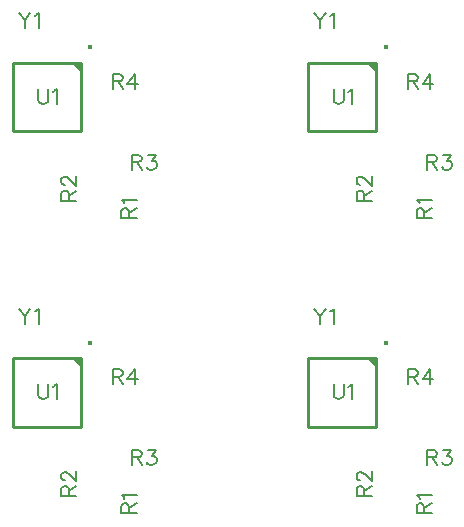
<source format=gto>
%MOIN*%
%OFA0B0*%
%FSLAX26Y26*%
%IPPOS*%
%LPD*%
%ADD10C,0.009843*%
%ADD20O,0.016422X0.016542*%
%ADD44C,0.0077199999999999994*%
%ADD55C,0.009843*%
%ADD65O,0.016422X0.016542*%
%ADD89C,0.0077199999999999994*%
%ADD100C,0.009843*%
%ADD110O,0.016422X0.016542*%
%ADD134C,0.0077199999999999994*%
%ADD145C,0.009843*%
%ADD155O,0.016422X0.016542*%
%ADD179C,0.0077199999999999994*%
%LPD*%
G90*
G75*
G01*
X00661967Y00621296D02*
D10*
X00433603Y00621296D01*
X00433603Y00392972D01*
X00661967Y00392972D01*
X00661967Y00621296D01*
D20*
X00693082Y00672949D03*
G36*
X00661967Y00621296D02*
X00630474Y00621296D01*
X00661967Y00589803D01*
X00661967Y00621296D01*
G37*
X00820712Y00104525D02*
D44*
X00820712Y00126025D01*
X00818280Y00133210D01*
X00815904Y00135642D01*
X00811151Y00138019D01*
X00806342Y00138019D01*
X00801589Y00135642D01*
X00799157Y00133210D01*
X00796780Y00126025D01*
X00796780Y00104525D01*
X00847020Y00104525D01*
X00820712Y00121272D02*
X00847020Y00138019D01*
X00806397Y00153458D02*
X00803965Y00158266D01*
X00796836Y00165451D01*
X00847020Y00165451D01*
X00620294Y00162526D02*
X00620294Y00184026D01*
X00617862Y00191211D01*
X00615486Y00193642D01*
X00610733Y00196019D01*
X00605924Y00196019D01*
X00601171Y00193642D01*
X00598739Y00191211D01*
X00596362Y00184026D01*
X00596362Y00162526D01*
X00646602Y00162526D01*
X00620294Y00179273D02*
X00646602Y00196019D01*
X00608356Y00213891D02*
X00605979Y00213891D01*
X00601171Y00216267D01*
X00598794Y00218644D01*
X00596418Y00223452D01*
X00596418Y00233014D01*
X00598794Y00237767D01*
X00601171Y00240144D01*
X00605979Y00242575D01*
X00610733Y00242575D01*
X00615541Y00240144D01*
X00622671Y00235390D01*
X00646602Y00211459D01*
X00646602Y00244952D01*
X00831277Y00291195D02*
X00852777Y00291195D01*
X00859962Y00293627D01*
X00862393Y00296004D01*
X00864770Y00300757D01*
X00864770Y00305565D01*
X00862393Y00310318D01*
X00859962Y00312750D01*
X00852777Y00315127D01*
X00831277Y00315127D01*
X00831277Y00264887D01*
X00848023Y00291195D02*
X00864770Y00264887D01*
X00885018Y00315071D02*
X00911271Y00315071D01*
X00896956Y00295948D01*
X00904141Y00295948D01*
X00908894Y00293572D01*
X00911271Y00291195D01*
X00913703Y00284010D01*
X00913703Y00279257D01*
X00911271Y00272072D01*
X00906518Y00267263D01*
X00899333Y00264887D01*
X00892147Y00264887D01*
X00885018Y00267263D01*
X00882641Y00269695D01*
X00880209Y00274448D01*
X00767588Y00560362D02*
X00789088Y00560362D01*
X00796273Y00562794D01*
X00798705Y00565171D01*
X00801082Y00569924D01*
X00801082Y00574732D01*
X00798705Y00579486D01*
X00796273Y00581918D01*
X00789088Y00584294D01*
X00767588Y00584294D01*
X00767588Y00534054D01*
X00784335Y00560362D02*
X00801082Y00534054D01*
X00840453Y00534054D02*
X00840453Y00584239D01*
X00816521Y00550801D01*
X00852391Y00550801D01*
X00519290Y00535266D02*
X00519290Y00499396D01*
X00521667Y00492211D01*
X00526475Y00487458D01*
X00533660Y00485026D01*
X00538414Y00485026D01*
X00545599Y00487458D01*
X00550407Y00492211D01*
X00552784Y00499396D01*
X00552784Y00535266D01*
X00568223Y00525649D02*
X00573031Y00528081D01*
X00580216Y00535211D01*
X00580216Y00485026D01*
X00454905Y00786878D02*
X00474028Y00762947D01*
X00474028Y00736639D01*
X00493151Y00786878D02*
X00474028Y00762947D01*
X00508590Y00777262D02*
X00513399Y00779693D01*
X00520584Y00786823D01*
X00520584Y00736639D01*
G90*
G75*
G01*
X00661967Y01605548D02*
D55*
X00433603Y01605548D01*
X00433603Y01377224D01*
X00661967Y01377224D01*
X00661967Y01605548D01*
D65*
X00693082Y01657200D03*
G36*
X00661967Y01605548D02*
X00630474Y01605548D01*
X00661967Y01574055D01*
X00661967Y01605548D01*
G37*
X00820712Y01088777D02*
D89*
X00820712Y01110277D01*
X00818280Y01117462D01*
X00815904Y01119894D01*
X00811151Y01122271D01*
X00806342Y01122271D01*
X00801589Y01119894D01*
X00799157Y01117462D01*
X00796780Y01110277D01*
X00796780Y01088777D01*
X00847020Y01088777D01*
X00820712Y01105524D02*
X00847020Y01122271D01*
X00806397Y01137710D02*
X00803965Y01142518D01*
X00796836Y01149703D01*
X00847020Y01149703D01*
X00620294Y01146778D02*
X00620294Y01168278D01*
X00617862Y01175463D01*
X00615486Y01177895D01*
X00610733Y01180271D01*
X00605924Y01180271D01*
X00601171Y01177895D01*
X00598739Y01175463D01*
X00596362Y01168278D01*
X00596362Y01146778D01*
X00646602Y01146778D01*
X00620294Y01163525D02*
X00646602Y01180271D01*
X00608356Y01198143D02*
X00605979Y01198143D01*
X00601171Y01200519D01*
X00598794Y01202896D01*
X00596418Y01207704D01*
X00596418Y01217266D01*
X00598794Y01222019D01*
X00601171Y01224396D01*
X00605979Y01226827D01*
X00610733Y01226827D01*
X00615541Y01224396D01*
X00622671Y01219642D01*
X00646602Y01195711D01*
X00646602Y01229204D01*
X00831277Y01275447D02*
X00852777Y01275447D01*
X00859962Y01277879D01*
X00862393Y01280256D01*
X00864770Y01285009D01*
X00864770Y01289817D01*
X00862393Y01294570D01*
X00859962Y01297002D01*
X00852777Y01299379D01*
X00831277Y01299379D01*
X00831277Y01249139D01*
X00848023Y01275447D02*
X00864770Y01249139D01*
X00885018Y01299323D02*
X00911271Y01299323D01*
X00896956Y01280200D01*
X00904141Y01280200D01*
X00908894Y01277824D01*
X00911271Y01275447D01*
X00913703Y01268262D01*
X00913703Y01263509D01*
X00911271Y01256324D01*
X00906518Y01251515D01*
X00899333Y01249139D01*
X00892147Y01249139D01*
X00885018Y01251515D01*
X00882641Y01253947D01*
X00880209Y01258700D01*
X00767588Y01544614D02*
X00789088Y01544614D01*
X00796273Y01547046D01*
X00798705Y01549423D01*
X00801082Y01554176D01*
X00801082Y01558984D01*
X00798705Y01563738D01*
X00796273Y01566170D01*
X00789088Y01568546D01*
X00767588Y01568546D01*
X00767588Y01518306D01*
X00784335Y01544614D02*
X00801082Y01518306D01*
X00840453Y01518306D02*
X00840453Y01568491D01*
X00816521Y01535053D01*
X00852391Y01535053D01*
X00519290Y01519518D02*
X00519290Y01483648D01*
X00521667Y01476463D01*
X00526475Y01471710D01*
X00533660Y01469278D01*
X00538414Y01469278D01*
X00545599Y01471710D01*
X00550407Y01476463D01*
X00552784Y01483648D01*
X00552784Y01519518D01*
X00568223Y01509901D02*
X00573031Y01512333D01*
X00580216Y01519463D01*
X00580216Y01469278D01*
X00454905Y01771131D02*
X00474028Y01747199D01*
X00474028Y01720891D01*
X00493151Y01771131D02*
X00474028Y01747199D01*
X00508590Y01761514D02*
X00513399Y01763946D01*
X00520584Y01771075D01*
X00520584Y01720891D01*
G04 next file*
%LPD*%
G90*
G75*
G01*
X01646219Y01605548D02*
D100*
X01417855Y01605548D01*
X01417855Y01377224D01*
X01646219Y01377224D01*
X01646219Y01605548D01*
D110*
X01677334Y01657200D03*
G36*
X01646219Y01605548D02*
X01614726Y01605548D01*
X01646219Y01574055D01*
X01646219Y01605548D01*
G37*
X01804964Y01088777D02*
D134*
X01804964Y01110277D01*
X01802530Y01117462D01*
X01800156Y01119894D01*
X01795403Y01122271D01*
X01790592Y01122271D01*
X01785841Y01119894D01*
X01783407Y01117462D01*
X01781032Y01110277D01*
X01781032Y01088777D01*
X01831272Y01088777D01*
X01804964Y01105524D02*
X01831272Y01122271D01*
X01790648Y01137710D02*
X01788217Y01142518D01*
X01781088Y01149703D01*
X01831272Y01149703D01*
X01604546Y01146778D02*
X01604546Y01168278D01*
X01602114Y01175463D01*
X01599738Y01177895D01*
X01594985Y01180271D01*
X01590176Y01180271D01*
X01585423Y01177895D01*
X01582991Y01175463D01*
X01580614Y01168278D01*
X01580614Y01146778D01*
X01630854Y01146778D01*
X01604546Y01163525D02*
X01630854Y01180271D01*
X01592608Y01198143D02*
X01590231Y01198143D01*
X01585423Y01200519D01*
X01583046Y01202896D01*
X01580670Y01207704D01*
X01580670Y01217266D01*
X01583046Y01222019D01*
X01585423Y01224396D01*
X01590231Y01226827D01*
X01594985Y01226827D01*
X01599793Y01224396D01*
X01606923Y01219642D01*
X01630854Y01195711D01*
X01630854Y01229204D01*
X01815529Y01275447D02*
X01837029Y01275447D01*
X01844214Y01277879D01*
X01846645Y01280256D01*
X01849022Y01285009D01*
X01849022Y01289817D01*
X01846645Y01294570D01*
X01844214Y01297002D01*
X01837029Y01299379D01*
X01815529Y01299379D01*
X01815529Y01249139D01*
X01832275Y01275447D02*
X01849022Y01249139D01*
X01869269Y01299323D02*
X01895523Y01299323D01*
X01881207Y01280200D01*
X01888392Y01280200D01*
X01893145Y01277824D01*
X01895523Y01275447D01*
X01897955Y01268262D01*
X01897955Y01263509D01*
X01895523Y01256324D01*
X01890770Y01251515D01*
X01883585Y01249139D01*
X01876399Y01249139D01*
X01869269Y01251515D01*
X01866893Y01253947D01*
X01864461Y01258700D01*
X01751840Y01544614D02*
X01773340Y01544614D01*
X01780525Y01547046D01*
X01782957Y01549423D01*
X01785334Y01554176D01*
X01785334Y01558984D01*
X01782957Y01563738D01*
X01780525Y01566170D01*
X01773340Y01568546D01*
X01751840Y01568546D01*
X01751840Y01518306D01*
X01768587Y01544614D02*
X01785334Y01518306D01*
X01824705Y01518306D02*
X01824705Y01568491D01*
X01800773Y01535053D01*
X01836643Y01535053D01*
X01503542Y01519518D02*
X01503542Y01483648D01*
X01505919Y01476463D01*
X01510727Y01471710D01*
X01517912Y01469278D01*
X01522666Y01469278D01*
X01529851Y01471710D01*
X01534659Y01476463D01*
X01537036Y01483648D01*
X01537036Y01519518D01*
X01552475Y01509901D02*
X01557283Y01512333D01*
X01564468Y01519463D01*
X01564468Y01469278D01*
X01439157Y01771131D02*
X01458280Y01747199D01*
X01458280Y01720891D01*
X01477403Y01771131D02*
X01458280Y01747199D01*
X01492842Y01761514D02*
X01497650Y01763946D01*
X01504835Y01771075D01*
X01504835Y01720891D01*
G04 next file*
G04 DipTrace 3.3.1.1*
G04 TopSilk.gto*
G04 #@! TF.FileFunction,Legend,Top*
G04 #@! TF.Part,Single*
G04*
G04 skipping 70
G90*
G75*
G01*
G04 TopSilk*
X01646219Y00621296D02*
D145*
X01417855Y00621296D01*
X01417855Y00392972D01*
X01646219Y00392972D01*
X01646219Y00621296D01*
D155*
X01677334Y00672949D03*
G36*
X01646219Y00621296D02*
X01614726Y00621296D01*
X01646219Y00589803D01*
X01646219Y00621296D01*
G37*
X01804964Y00104525D02*
D179*
X01804964Y00126025D01*
X01802530Y00133210D01*
X01800156Y00135642D01*
X01795403Y00138019D01*
X01790592Y00138019D01*
X01785841Y00135642D01*
X01783407Y00133210D01*
X01781032Y00126025D01*
X01781032Y00104525D01*
X01831272Y00104525D01*
X01804964Y00121272D02*
X01831272Y00138019D01*
X01790648Y00153458D02*
X01788217Y00158266D01*
X01781088Y00165451D01*
X01831272Y00165451D01*
X01604546Y00162526D02*
X01604546Y00184026D01*
X01602114Y00191211D01*
X01599738Y00193642D01*
X01594985Y00196019D01*
X01590176Y00196019D01*
X01585423Y00193642D01*
X01582991Y00191211D01*
X01580614Y00184026D01*
X01580614Y00162526D01*
X01630854Y00162526D01*
X01604546Y00179273D02*
X01630854Y00196019D01*
X01592608Y00213891D02*
X01590231Y00213891D01*
X01585423Y00216267D01*
X01583046Y00218644D01*
X01580670Y00223452D01*
X01580670Y00233014D01*
X01583046Y00237767D01*
X01585423Y00240144D01*
X01590231Y00242575D01*
X01594985Y00242575D01*
X01599793Y00240144D01*
X01606923Y00235390D01*
X01630854Y00211459D01*
X01630854Y00244952D01*
X01815529Y00291195D02*
X01837029Y00291195D01*
X01844214Y00293627D01*
X01846645Y00296004D01*
X01849022Y00300757D01*
X01849022Y00305565D01*
X01846645Y00310318D01*
X01844214Y00312750D01*
X01837029Y00315127D01*
X01815529Y00315127D01*
X01815529Y00264887D01*
X01832275Y00291195D02*
X01849022Y00264887D01*
X01869269Y00315071D02*
X01895523Y00315071D01*
X01881207Y00295948D01*
X01888392Y00295948D01*
X01893145Y00293572D01*
X01895523Y00291195D01*
X01897955Y00284010D01*
X01897955Y00279257D01*
X01895523Y00272072D01*
X01890770Y00267263D01*
X01883585Y00264887D01*
X01876399Y00264887D01*
X01869269Y00267263D01*
X01866893Y00269695D01*
X01864461Y00274448D01*
X01751840Y00560362D02*
X01773340Y00560362D01*
X01780525Y00562794D01*
X01782957Y00565171D01*
X01785334Y00569924D01*
X01785334Y00574732D01*
X01782957Y00579486D01*
X01780525Y00581918D01*
X01773340Y00584294D01*
X01751840Y00584294D01*
X01751840Y00534054D01*
X01768587Y00560362D02*
X01785334Y00534054D01*
X01824705Y00534054D02*
X01824705Y00584239D01*
X01800773Y00550801D01*
X01836643Y00550801D01*
X01503542Y00535266D02*
X01503542Y00499396D01*
X01505919Y00492211D01*
X01510727Y00487458D01*
X01517912Y00485026D01*
X01522666Y00485026D01*
X01529851Y00487458D01*
X01534659Y00492211D01*
X01537036Y00499396D01*
X01537036Y00535266D01*
X01552475Y00525649D02*
X01557283Y00528081D01*
X01564468Y00535211D01*
X01564468Y00485026D01*
X01439157Y00786878D02*
X01458280Y00762947D01*
X01458280Y00736639D01*
X01477403Y00786878D02*
X01458280Y00762947D01*
X01492842Y00777262D02*
X01497650Y00779693D01*
X01504835Y00786823D01*
X01504835Y00736639D01*
M02*
</source>
